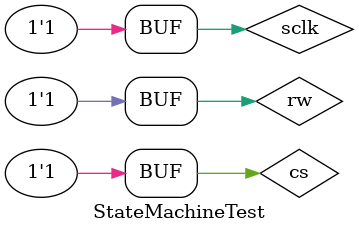
<source format=v>
module StateMachineTest;
	reg sclk, cs, rw;
	wire miso_bufe, dm_we, addr_we, sr_we;
StateMachine UUT(miso_bufe, dm_we, addr_we, sr_we, sclk, cs, rw);
	initial begin
		//cycle test
	$display("Write Cycle tests");
		cs = 1; rw = 0; sclk = 1'bx; #5
		cs = 0; #5
		repeat (8) begin
			sclk = 0; #5 sclk = 1; #5;
		end
		if(addr_we != 1) $display("Not in got state, address latch not enabled!");
		repeat (9) begin
			sclk = 0; #5 sclk = 1; #5;
		end
		if(dm_we != 1) $display("Not in write2 state, datamem is not enabled!");
		repeat (2) begin
			sclk = 0; #5 sclk = 1; #5;
		end
		if(sr_we != 0 || miso_bufe !=0 || dm_we != 0 || addr_we != 0 ) $display("Not in get state!");

	$display("Read Cycle tests");
		cs = 1; rw = 1; sclk = 1'bx; #5
		cs = 0; #5
		repeat (8) begin
			sclk = 0; #5 sclk = 1; #5;
		end
		if(addr_we != 1) $display("Not in got state, address latch not enabled!");
		repeat (2) begin
			sclk = 0; #5 sclk = 1; #5;
		end
		if(sr_we != 1) $display("Not in read2 state, shiftregister write enable is not enabled!");
		repeat (1) begin
			sclk = 0; #5 sclk = 1; #5;
		end
		if(miso_bufe != 1) $display("not in read3 state, miso_bufe is not enabled!");
		repeat (9) begin
			sclk = 0; #5 sclk = 1; #5;
		end
		if(sr_we != 0 || miso_bufe !=0 || dm_we != 0 || addr_we != 0 ) $display("Not in get state!");

	$display("Chip Select test");
		cs = 1; rw = 1; sclk = 1'bx; #5
		cs = 0; #5
		repeat (8) begin
			sclk = 0; #5 sclk = 1; #5;
		end
		repeat (2) begin
			sclk = 0; #5 sclk = 1; #5;
		end
		repeat (1) begin
			sclk = 0; #5 sclk = 1; #5;
		end //Currently in read3 state
		cs = 1; 
		sclk = 0; #5 sclk = 1; #5;
		if(sr_we != 0 || miso_bufe !=0 || dm_we != 0 || addr_we != 0 ) $display("Not in get state!");

	end
endmodule
</source>
